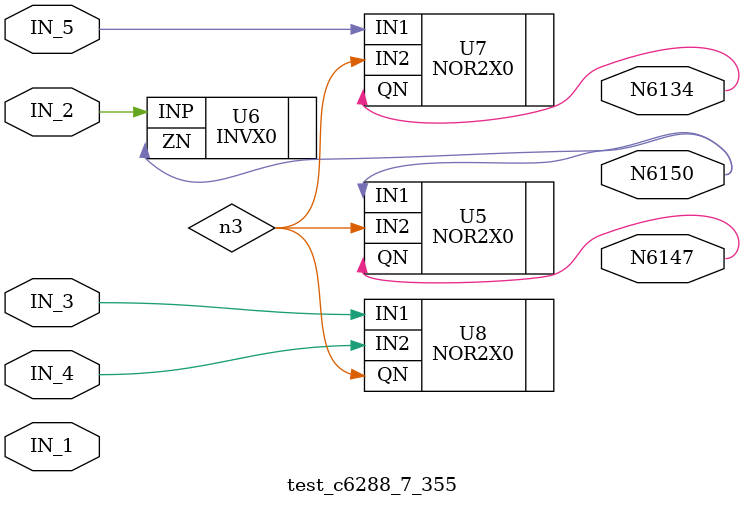
<source format=v>


module test_c6288_7_355 ( IN_1, IN_2, IN_3, IN_4, IN_5, N6150, N6147, N6134 );
  input IN_1, IN_2, IN_3, IN_4, IN_5;
  output N6150, N6147, N6134;
  wire   n3;

  NOR2X0 U5 ( .IN1(N6150), .IN2(n3), .QN(N6147) );
  INVX0 U6 ( .INP(IN_2), .ZN(N6150) );
  NOR2X0 U7 ( .IN1(IN_5), .IN2(n3), .QN(N6134) );
  NOR2X0 U8 ( .IN1(IN_3), .IN2(IN_4), .QN(n3) );
endmodule


</source>
